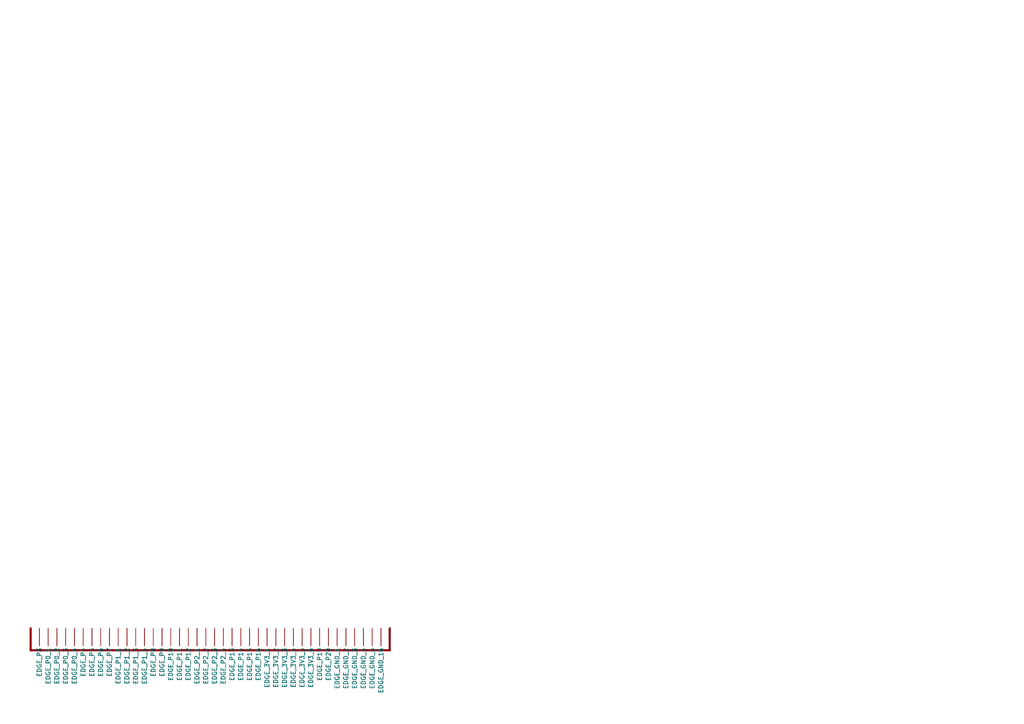
<source format=kicad_sch>
(kicad_sch (version 20230121) (generator eeschema)
  (paper "A4")
  (lib_symbols
    (symbol "untitled-eagle-import:BBC_EDGE"
      (symbol "BBC_EDGE_1_0"
        (polyline (pts (xy -50.8 -1.27) (xy 53.34 -1.27)) (stroke (width 0.6096)))
        (polyline (pts (xy -50.8 5.08) (xy -50.8 -1.27)) (stroke (width 0.6096)))
        (polyline (pts (xy 53.34 -1.27) (xy 53.34 5.08)) (stroke (width 0.6096)))
        (pin bidirectional line (at -48.26 5.08 270) (length 5.08) (name "EDGE_P3") (number "P$1"))
        (pin bidirectional line (at -25.4 5.08 270) (length 5.08) (name "EDGE_P1_1") (number "P$10"))
        (pin bidirectional line (at -22.86 5.08 270) (length 5.08) (name "EDGE_P1_2") (number "P$11"))
        (pin bidirectional line (at -20.32 5.08 270) (length 5.08) (name "EDGE_P1_3") (number "P$12"))
        (pin bidirectional line (at -17.78 5.08 270) (length 5.08) (name "EDGE_P1_4") (number "P$13"))
        (pin bidirectional line (at -15.24 5.08 270) (length 5.08) (name "EDGE_P8") (number "P$14"))
        (pin bidirectional line (at -12.7 5.08 270) (length 5.08) (name "EDGE_P9") (number "P$15"))
        (pin bidirectional line (at -10.16 5.08 270) (length 5.08) (name "EDGE_P10") (number "P$16"))
        (pin bidirectional line (at -7.62 5.08 270) (length 5.08) (name "EDGE_P11") (number "P$17"))
        (pin bidirectional line (at -5.08 5.08 270) (length 5.08) (name "EDGE_P12") (number "P$18"))
        (pin bidirectional line (at -2.54 5.08 270) (length 5.08) (name "EDGE_P2_1") (number "P$19"))
        (pin bidirectional line (at -45.72 5.08 270) (length 5.08) (name "EDGE_P0_1") (number "P$2"))
        (pin bidirectional line (at 0 5.08 270) (length 5.08) (name "EDGE_P2_2") (number "P$20"))
        (pin bidirectional line (at 2.54 5.08 270) (length 5.08) (name "EDGE_P2_3") (number "P$21"))
        (pin bidirectional line (at 5.08 5.08 270) (length 5.08) (name "EDGE_P2_4") (number "P$22"))
        (pin bidirectional line (at 7.62 5.08 270) (length 5.08) (name "EDGE_P13") (number "P$23"))
        (pin bidirectional line (at 10.16 5.08 270) (length 5.08) (name "EDGE_P14") (number "P$24"))
        (pin bidirectional line (at 12.7 5.08 270) (length 5.08) (name "EDGE_P15") (number "P$25"))
        (pin bidirectional line (at 15.24 5.08 270) (length 5.08) (name "EDGE_P16") (number "P$26"))
        (pin bidirectional line (at 17.78 5.08 270) (length 5.08) (name "EDGE_3V3_1") (number "P$27"))
        (pin bidirectional line (at 20.32 5.08 270) (length 5.08) (name "EDGE_3V3_2") (number "P$28"))
        (pin bidirectional line (at 22.86 5.08 270) (length 5.08) (name "EDGE_3V3_3") (number "P$29"))
        (pin bidirectional line (at -43.18 5.08 270) (length 5.08) (name "EDGE_P0_2") (number "P$3"))
        (pin bidirectional line (at 25.4 5.08 270) (length 5.08) (name "EDGE_3V3_4") (number "P$30"))
        (pin bidirectional line (at 27.94 5.08 270) (length 5.08) (name "EDGE_3V3_5") (number "P$31"))
        (pin bidirectional line (at 30.48 5.08 270) (length 5.08) (name "EDGE_3V3_6") (number "P$32"))
        (pin bidirectional line (at 33.02 5.08 270) (length 5.08) (name "EDGE_P19") (number "P$33"))
        (pin bidirectional line (at 35.56 5.08 270) (length 5.08) (name "EDGE_P20") (number "P$34"))
        (pin bidirectional line (at 38.1 5.08 270) (length 5.08) (name "EDGE_GND_1") (number "P$35"))
        (pin bidirectional line (at 40.64 5.08 270) (length 5.08) (name "EDGE_GND_2") (number "P$36"))
        (pin bidirectional line (at 43.18 5.08 270) (length 5.08) (name "EDGE_GND_3") (number "P$37"))
        (pin bidirectional line (at 45.72 5.08 270) (length 5.08) (name "EDGE_GND_4") (number "P$38"))
        (pin bidirectional line (at 48.26 5.08 270) (length 5.08) (name "EDGE_GND_5") (number "P$39"))
        (pin bidirectional line (at -40.64 5.08 270) (length 5.08) (name "EDGE_P0_3") (number "P$4"))
        (pin bidirectional line (at 50.8 5.08 270) (length 5.08) (name "EDGE_GND_16") (number "P$40"))
        (pin bidirectional line (at -48.26 5.08 270) (length 5.08) (name "EDGE_P3") (number "P$41"))
        (pin bidirectional line (at -45.72 5.08 270) (length 5.08) (name "EDGE_P0_1") (number "P$42"))
        (pin bidirectional line (at -43.18 5.08 270) (length 5.08) (name "EDGE_P0_2") (number "P$43"))
        (pin bidirectional line (at -40.64 5.08 270) (length 5.08) (name "EDGE_P0_3") (number "P$44"))
        (pin bidirectional line (at -38.1 5.08 270) (length 5.08) (name "EDGE_P0_4") (number "P$45"))
        (pin bidirectional line (at -35.56 5.08 270) (length 5.08) (name "EDGE_P4") (number "P$46"))
        (pin bidirectional line (at -33.02 5.08 270) (length 5.08) (name "EDGE_P5") (number "P$47"))
        (pin bidirectional line (at -30.48 5.08 270) (length 5.08) (name "EDGE_P6") (number "P$48"))
        (pin bidirectional line (at -27.94 5.08 270) (length 5.08) (name "EDGE_P7") (number "P$49"))
        (pin bidirectional line (at -38.1 5.08 270) (length 5.08) (name "EDGE_P0_4") (number "P$5"))
        (pin bidirectional line (at -25.4 5.08 270) (length 5.08) (name "EDGE_P1_1") (number "P$50"))
        (pin bidirectional line (at -22.86 5.08 270) (length 5.08) (name "EDGE_P1_2") (number "P$51"))
        (pin bidirectional line (at -20.32 5.08 270) (length 5.08) (name "EDGE_P1_3") (number "P$52"))
        (pin bidirectional line (at -17.78 5.08 270) (length 5.08) (name "EDGE_P1_4") (number "P$53"))
        (pin bidirectional line (at -15.24 5.08 270) (length 5.08) (name "EDGE_P8") (number "P$54"))
        (pin bidirectional line (at -12.7 5.08 270) (length 5.08) (name "EDGE_P9") (number "P$55"))
        (pin bidirectional line (at -10.16 5.08 270) (length 5.08) (name "EDGE_P10") (number "P$56"))
        (pin bidirectional line (at -7.62 5.08 270) (length 5.08) (name "EDGE_P11") (number "P$57"))
        (pin bidirectional line (at -5.08 5.08 270) (length 5.08) (name "EDGE_P12") (number "P$58"))
        (pin bidirectional line (at -2.54 5.08 270) (length 5.08) (name "EDGE_P2_1") (number "P$59"))
        (pin bidirectional line (at -35.56 5.08 270) (length 5.08) (name "EDGE_P4") (number "P$6"))
        (pin bidirectional line (at 0 5.08 270) (length 5.08) (name "EDGE_P2_2") (number "P$60"))
        (pin bidirectional line (at 2.54 5.08 270) (length 5.08) (name "EDGE_P2_3") (number "P$61"))
        (pin bidirectional line (at 5.08 5.08 270) (length 5.08) (name "EDGE_P2_4") (number "P$62"))
        (pin bidirectional line (at 7.62 5.08 270) (length 5.08) (name "EDGE_P13") (number "P$63"))
        (pin bidirectional line (at 10.16 5.08 270) (length 5.08) (name "EDGE_P14") (number "P$64"))
        (pin bidirectional line (at 12.7 5.08 270) (length 5.08) (name "EDGE_P15") (number "P$65"))
        (pin bidirectional line (at 15.24 5.08 270) (length 5.08) (name "EDGE_P16") (number "P$66"))
        (pin bidirectional line (at 17.78 5.08 270) (length 5.08) (name "EDGE_3V3_1") (number "P$67"))
        (pin bidirectional line (at 20.32 5.08 270) (length 5.08) (name "EDGE_3V3_2") (number "P$68"))
        (pin bidirectional line (at 22.86 5.08 270) (length 5.08) (name "EDGE_3V3_3") (number "P$69"))
        (pin bidirectional line (at -33.02 5.08 270) (length 5.08) (name "EDGE_P5") (number "P$7"))
        (pin bidirectional line (at 25.4 5.08 270) (length 5.08) (name "EDGE_3V3_4") (number "P$70"))
        (pin bidirectional line (at 27.94 5.08 270) (length 5.08) (name "EDGE_3V3_5") (number "P$71"))
        (pin bidirectional line (at 30.48 5.08 270) (length 5.08) (name "EDGE_3V3_6") (number "P$72"))
        (pin bidirectional line (at 33.02 5.08 270) (length 5.08) (name "EDGE_P19") (number "P$73"))
        (pin bidirectional line (at 35.56 5.08 270) (length 5.08) (name "EDGE_P20") (number "P$74"))
        (pin bidirectional line (at 38.1 5.08 270) (length 5.08) (name "EDGE_GND_1") (number "P$75"))
        (pin bidirectional line (at 40.64 5.08 270) (length 5.08) (name "EDGE_GND_2") (number "P$76"))
        (pin bidirectional line (at 43.18 5.08 270) (length 5.08) (name "EDGE_GND_3") (number "P$77"))
        (pin bidirectional line (at 45.72 5.08 270) (length 5.08) (name "EDGE_GND_4") (number "P$78"))
        (pin bidirectional line (at 48.26 5.08 270) (length 5.08) (name "EDGE_GND_5") (number "P$79"))
        (pin bidirectional line (at -30.48 5.08 270) (length 5.08) (name "EDGE_P6") (number "P$8"))
        (pin bidirectional line (at 50.8 5.08 270) (length 5.08) (name "EDGE_GND_16") (number "P$80"))
        (pin bidirectional line (at -27.94 5.08 270) (length 5.08) (name "EDGE_P7") (number "P$9"))
      )
    )
  )
  (symbol (lib_id "untitled-eagle-import:BBC_EDGE") (at 59.69 187.325 0) (unit 1)
    (property "Reference" "U$1" (effects hide))
    (property "Value" "BBC_EDGE" (effects hide))
    (property "Footprint" "untitled:BBC_EDGE" (effects hide))
  )
)
</source>
